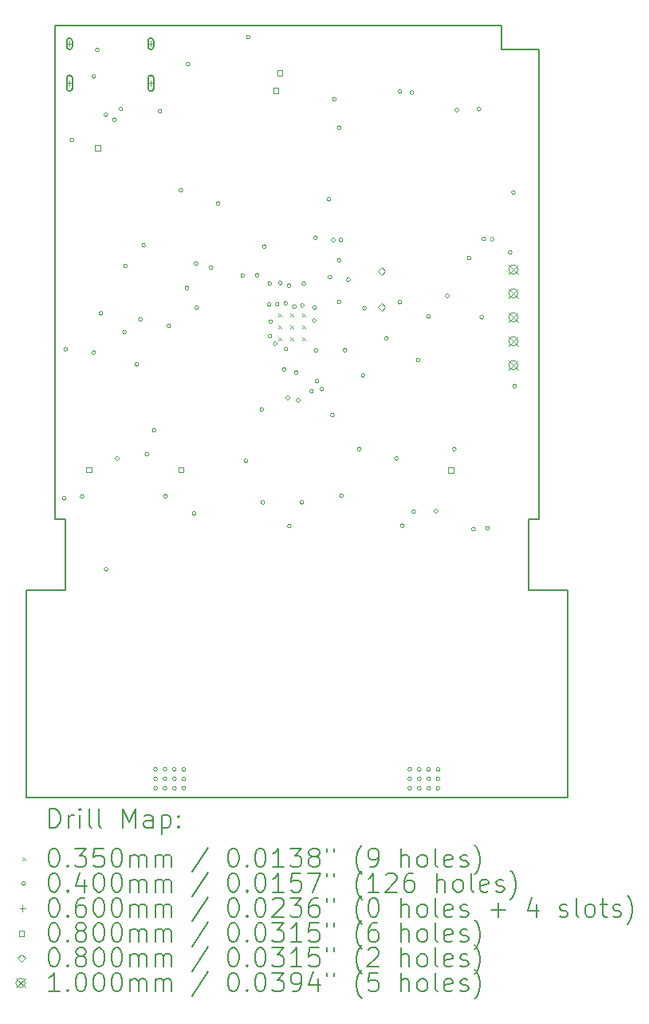
<source format=gbr>
%TF.GenerationSoftware,KiCad,Pcbnew,6.0.11+dfsg-1~bpo11+1*%
%TF.CreationDate,2023-04-01T22:39:16-07:00*%
%TF.ProjectId,gbpunk,67627075-6e6b-42e6-9b69-6361645f7063,v4.0*%
%TF.SameCoordinates,Original*%
%TF.FileFunction,Drillmap*%
%TF.FilePolarity,Positive*%
%FSLAX45Y45*%
G04 Gerber Fmt 4.5, Leading zero omitted, Abs format (unit mm)*
G04 Created by KiCad (PCBNEW 6.0.11+dfsg-1~bpo11+1) date 2023-04-01 22:39:16*
%MOMM*%
%LPD*%
G01*
G04 APERTURE LIST*
%ADD10C,0.150000*%
%ADD11C,0.200000*%
%ADD12C,0.035000*%
%ADD13C,0.040000*%
%ADD14C,0.060000*%
%ADD15C,0.080000*%
%ADD16C,0.100000*%
G04 APERTURE END LIST*
D10*
X12570000Y-4160000D02*
X12170000Y-4160000D01*
X12460000Y-9140000D02*
X12570000Y-9140000D01*
X12170000Y-3900000D02*
X12170000Y-4160000D01*
X12460000Y-9900000D02*
X12875000Y-9900000D01*
X12460000Y-9900000D02*
X12460000Y-9140000D01*
X12570000Y-9140000D02*
X12570000Y-4160000D01*
X12875000Y-12100000D02*
X7125000Y-12100000D01*
X7430000Y-3900000D02*
X12170000Y-3900000D01*
X7430000Y-9140000D02*
X7430000Y-3900000D01*
X7540000Y-9900000D02*
X7540000Y-9140000D01*
X12875000Y-9900000D02*
X12875000Y-12100000D01*
X7125000Y-12100000D02*
X7125000Y-9900000D01*
X7125000Y-9900000D02*
X7540000Y-9900000D01*
X7540000Y-9140000D02*
X7430000Y-9140000D01*
D11*
D12*
X9805000Y-6955000D02*
X9840000Y-6990000D01*
X9840000Y-6955000D02*
X9805000Y-6990000D01*
X9805000Y-7082500D02*
X9840000Y-7117500D01*
X9840000Y-7082500D02*
X9805000Y-7117500D01*
X9805000Y-7210000D02*
X9840000Y-7245000D01*
X9840000Y-7210000D02*
X9805000Y-7245000D01*
X9932500Y-6955000D02*
X9967500Y-6990000D01*
X9967500Y-6955000D02*
X9932500Y-6990000D01*
X9932500Y-7082500D02*
X9967500Y-7117500D01*
X9967500Y-7082500D02*
X9932500Y-7117500D01*
X9932500Y-7210000D02*
X9967500Y-7245000D01*
X9967500Y-7210000D02*
X9932500Y-7245000D01*
X10060000Y-6955000D02*
X10095000Y-6990000D01*
X10095000Y-6955000D02*
X10060000Y-6990000D01*
X10060000Y-7082500D02*
X10095000Y-7117500D01*
X10095000Y-7082500D02*
X10060000Y-7117500D01*
X10060000Y-7210000D02*
X10095000Y-7245000D01*
X10095000Y-7210000D02*
X10060000Y-7245000D01*
D13*
X7550000Y-8923000D02*
G75*
G03*
X7550000Y-8923000I-20000J0D01*
G01*
X7565000Y-7340000D02*
G75*
G03*
X7565000Y-7340000I-20000J0D01*
G01*
X7631000Y-5118000D02*
G75*
G03*
X7631000Y-5118000I-20000J0D01*
G01*
X7740000Y-8904000D02*
G75*
G03*
X7740000Y-8904000I-20000J0D01*
G01*
X7865000Y-4444000D02*
G75*
G03*
X7865000Y-4444000I-20000J0D01*
G01*
X7865000Y-7376000D02*
G75*
G03*
X7865000Y-7376000I-20000J0D01*
G01*
X7901000Y-4163000D02*
G75*
G03*
X7901000Y-4163000I-20000J0D01*
G01*
X7940000Y-6959000D02*
G75*
G03*
X7940000Y-6959000I-20000J0D01*
G01*
X7993000Y-4850000D02*
G75*
G03*
X7993000Y-4850000I-20000J0D01*
G01*
X7996000Y-9676000D02*
G75*
G03*
X7996000Y-9676000I-20000J0D01*
G01*
X8084000Y-4904000D02*
G75*
G03*
X8084000Y-4904000I-20000J0D01*
G01*
X8114000Y-8500000D02*
G75*
G03*
X8114000Y-8500000I-20000J0D01*
G01*
X8152000Y-4789000D02*
G75*
G03*
X8152000Y-4789000I-20000J0D01*
G01*
X8190000Y-7157000D02*
G75*
G03*
X8190000Y-7157000I-20000J0D01*
G01*
X8201000Y-6456000D02*
G75*
G03*
X8201000Y-6456000I-20000J0D01*
G01*
X8320000Y-7500000D02*
G75*
G03*
X8320000Y-7500000I-20000J0D01*
G01*
X8359894Y-7021718D02*
G75*
G03*
X8359894Y-7021718I-20000J0D01*
G01*
X8393000Y-6237000D02*
G75*
G03*
X8393000Y-6237000I-20000J0D01*
G01*
X8429000Y-8454000D02*
G75*
G03*
X8429000Y-8454000I-20000J0D01*
G01*
X8506000Y-8199000D02*
G75*
G03*
X8506000Y-8199000I-20000J0D01*
G01*
X8520000Y-11800000D02*
G75*
G03*
X8520000Y-11800000I-20000J0D01*
G01*
X8520000Y-11900000D02*
G75*
G03*
X8520000Y-11900000I-20000J0D01*
G01*
X8520000Y-12000000D02*
G75*
G03*
X8520000Y-12000000I-20000J0D01*
G01*
X8567000Y-4814000D02*
G75*
G03*
X8567000Y-4814000I-20000J0D01*
G01*
X8620000Y-11800000D02*
G75*
G03*
X8620000Y-11800000I-20000J0D01*
G01*
X8620000Y-11900000D02*
G75*
G03*
X8620000Y-11900000I-20000J0D01*
G01*
X8620000Y-12000000D02*
G75*
G03*
X8620000Y-12000000I-20000J0D01*
G01*
X8626000Y-8900000D02*
G75*
G03*
X8626000Y-8900000I-20000J0D01*
G01*
X8660000Y-7091000D02*
G75*
G03*
X8660000Y-7091000I-20000J0D01*
G01*
X8720000Y-11800000D02*
G75*
G03*
X8720000Y-11800000I-20000J0D01*
G01*
X8720000Y-11900000D02*
G75*
G03*
X8720000Y-11900000I-20000J0D01*
G01*
X8720000Y-12000000D02*
G75*
G03*
X8720000Y-12000000I-20000J0D01*
G01*
X8788000Y-5650000D02*
G75*
G03*
X8788000Y-5650000I-20000J0D01*
G01*
X8820000Y-11800000D02*
G75*
G03*
X8820000Y-11800000I-20000J0D01*
G01*
X8820000Y-11900000D02*
G75*
G03*
X8820000Y-11900000I-20000J0D01*
G01*
X8820000Y-12000000D02*
G75*
G03*
X8820000Y-12000000I-20000J0D01*
G01*
X8855000Y-6689000D02*
G75*
G03*
X8855000Y-6689000I-20000J0D01*
G01*
X8866000Y-4311000D02*
G75*
G03*
X8866000Y-4311000I-20000J0D01*
G01*
X8930000Y-9083000D02*
G75*
G03*
X8930000Y-9083000I-20000J0D01*
G01*
X8949791Y-6429791D02*
G75*
G03*
X8949791Y-6429791I-20000J0D01*
G01*
X8958000Y-6899000D02*
G75*
G03*
X8958000Y-6899000I-20000J0D01*
G01*
X9110000Y-6474000D02*
G75*
G03*
X9110000Y-6474000I-20000J0D01*
G01*
X9183000Y-5792000D02*
G75*
G03*
X9183000Y-5792000I-20000J0D01*
G01*
X9446000Y-6556000D02*
G75*
G03*
X9446000Y-6556000I-20000J0D01*
G01*
X9479000Y-8525000D02*
G75*
G03*
X9479000Y-8525000I-20000J0D01*
G01*
X9504000Y-4024000D02*
G75*
G03*
X9504000Y-4024000I-20000J0D01*
G01*
X9598000Y-6555000D02*
G75*
G03*
X9598000Y-6555000I-20000J0D01*
G01*
X9648000Y-7978000D02*
G75*
G03*
X9648000Y-7978000I-20000J0D01*
G01*
X9660000Y-8966000D02*
G75*
G03*
X9660000Y-8966000I-20000J0D01*
G01*
X9674500Y-6249500D02*
G75*
G03*
X9674500Y-6249500I-20000J0D01*
G01*
X9727000Y-6865000D02*
G75*
G03*
X9727000Y-6865000I-20000J0D01*
G01*
X9734000Y-6642000D02*
G75*
G03*
X9734000Y-6642000I-20000J0D01*
G01*
X9735000Y-7200000D02*
G75*
G03*
X9735000Y-7200000I-20000J0D01*
G01*
X9743000Y-7047000D02*
G75*
G03*
X9743000Y-7047000I-20000J0D01*
G01*
X9791000Y-7281000D02*
G75*
G03*
X9791000Y-7281000I-20000J0D01*
G01*
X9811000Y-6862000D02*
G75*
G03*
X9811000Y-6862000I-20000J0D01*
G01*
X9845133Y-6634729D02*
G75*
G03*
X9845133Y-6634729I-20000J0D01*
G01*
X9887000Y-7554000D02*
G75*
G03*
X9887000Y-7554000I-20000J0D01*
G01*
X9902000Y-6851000D02*
G75*
G03*
X9902000Y-6851000I-20000J0D01*
G01*
X9904000Y-7337000D02*
G75*
G03*
X9904000Y-7337000I-20000J0D01*
G01*
X9924000Y-7856000D02*
G75*
G03*
X9924000Y-7856000I-20000J0D01*
G01*
X9938934Y-6664440D02*
G75*
G03*
X9938934Y-6664440I-20000J0D01*
G01*
X9941000Y-9217000D02*
G75*
G03*
X9941000Y-9217000I-20000J0D01*
G01*
X9994044Y-6886956D02*
G75*
G03*
X9994044Y-6886956I-20000J0D01*
G01*
X10013000Y-7587000D02*
G75*
G03*
X10013000Y-7587000I-20000J0D01*
G01*
X10034000Y-7882000D02*
G75*
G03*
X10034000Y-7882000I-20000J0D01*
G01*
X10073000Y-8965000D02*
G75*
G03*
X10073000Y-8965000I-20000J0D01*
G01*
X10079000Y-6874000D02*
G75*
G03*
X10079000Y-6874000I-20000J0D01*
G01*
X10094000Y-6644000D02*
G75*
G03*
X10094000Y-6644000I-20000J0D01*
G01*
X10176000Y-7786000D02*
G75*
G03*
X10176000Y-7786000I-20000J0D01*
G01*
X10206000Y-7035000D02*
G75*
G03*
X10206000Y-7035000I-20000J0D01*
G01*
X10210000Y-6898000D02*
G75*
G03*
X10210000Y-6898000I-20000J0D01*
G01*
X10219000Y-6156000D02*
G75*
G03*
X10219000Y-6156000I-20000J0D01*
G01*
X10223000Y-7351000D02*
G75*
G03*
X10223000Y-7351000I-20000J0D01*
G01*
X10233841Y-7676573D02*
G75*
G03*
X10233841Y-7676573I-20000J0D01*
G01*
X10286909Y-7762264D02*
G75*
G03*
X10286909Y-7762264I-20000J0D01*
G01*
X10361000Y-5747000D02*
G75*
G03*
X10361000Y-5747000I-20000J0D01*
G01*
X10371000Y-6573000D02*
G75*
G03*
X10371000Y-6573000I-20000J0D01*
G01*
X10398000Y-8039000D02*
G75*
G03*
X10398000Y-8039000I-20000J0D01*
G01*
X10408000Y-6181000D02*
G75*
G03*
X10408000Y-6181000I-20000J0D01*
G01*
X10420000Y-4686000D02*
G75*
G03*
X10420000Y-4686000I-20000J0D01*
G01*
X10469000Y-6393000D02*
G75*
G03*
X10469000Y-6393000I-20000J0D01*
G01*
X10470000Y-6836000D02*
G75*
G03*
X10470000Y-6836000I-20000J0D01*
G01*
X10471000Y-4989000D02*
G75*
G03*
X10471000Y-4989000I-20000J0D01*
G01*
X10487000Y-6179000D02*
G75*
G03*
X10487000Y-6179000I-20000J0D01*
G01*
X10496000Y-8894000D02*
G75*
G03*
X10496000Y-8894000I-20000J0D01*
G01*
X10530352Y-7351442D02*
G75*
G03*
X10530352Y-7351442I-20000J0D01*
G01*
X10568000Y-6602000D02*
G75*
G03*
X10568000Y-6602000I-20000J0D01*
G01*
X10682000Y-8400000D02*
G75*
G03*
X10682000Y-8400000I-20000J0D01*
G01*
X10723000Y-7618000D02*
G75*
G03*
X10723000Y-7618000I-20000J0D01*
G01*
X10738000Y-6903000D02*
G75*
G03*
X10738000Y-6903000I-20000J0D01*
G01*
X10972000Y-7223000D02*
G75*
G03*
X10972000Y-7223000I-20000J0D01*
G01*
X11078000Y-8499000D02*
G75*
G03*
X11078000Y-8499000I-20000J0D01*
G01*
X11114000Y-6838000D02*
G75*
G03*
X11114000Y-6838000I-20000J0D01*
G01*
X11116000Y-4603000D02*
G75*
G03*
X11116000Y-4603000I-20000J0D01*
G01*
X11141000Y-9213000D02*
G75*
G03*
X11141000Y-9213000I-20000J0D01*
G01*
X11220000Y-11800000D02*
G75*
G03*
X11220000Y-11800000I-20000J0D01*
G01*
X11220000Y-11900000D02*
G75*
G03*
X11220000Y-11900000I-20000J0D01*
G01*
X11220000Y-12000000D02*
G75*
G03*
X11220000Y-12000000I-20000J0D01*
G01*
X11242000Y-4614000D02*
G75*
G03*
X11242000Y-4614000I-20000J0D01*
G01*
X11262000Y-9064000D02*
G75*
G03*
X11262000Y-9064000I-20000J0D01*
G01*
X11308000Y-7454000D02*
G75*
G03*
X11308000Y-7454000I-20000J0D01*
G01*
X11320000Y-11800000D02*
G75*
G03*
X11320000Y-11800000I-20000J0D01*
G01*
X11320000Y-11900000D02*
G75*
G03*
X11320000Y-11900000I-20000J0D01*
G01*
X11320000Y-12000000D02*
G75*
G03*
X11320000Y-12000000I-20000J0D01*
G01*
X11420000Y-6992000D02*
G75*
G03*
X11420000Y-6992000I-20000J0D01*
G01*
X11420000Y-11800000D02*
G75*
G03*
X11420000Y-11800000I-20000J0D01*
G01*
X11420000Y-11900000D02*
G75*
G03*
X11420000Y-11900000I-20000J0D01*
G01*
X11420000Y-12000000D02*
G75*
G03*
X11420000Y-12000000I-20000J0D01*
G01*
X11499000Y-9060000D02*
G75*
G03*
X11499000Y-9060000I-20000J0D01*
G01*
X11520000Y-11800000D02*
G75*
G03*
X11520000Y-11800000I-20000J0D01*
G01*
X11520000Y-11900000D02*
G75*
G03*
X11520000Y-11900000I-20000J0D01*
G01*
X11520000Y-12000000D02*
G75*
G03*
X11520000Y-12000000I-20000J0D01*
G01*
X11619000Y-6772000D02*
G75*
G03*
X11619000Y-6772000I-20000J0D01*
G01*
X11693000Y-8400000D02*
G75*
G03*
X11693000Y-8400000I-20000J0D01*
G01*
X11720000Y-4800000D02*
G75*
G03*
X11720000Y-4800000I-20000J0D01*
G01*
X11851000Y-6371000D02*
G75*
G03*
X11851000Y-6371000I-20000J0D01*
G01*
X11896000Y-9251000D02*
G75*
G03*
X11896000Y-9251000I-20000J0D01*
G01*
X11955000Y-4790000D02*
G75*
G03*
X11955000Y-4790000I-20000J0D01*
G01*
X11984000Y-7000000D02*
G75*
G03*
X11984000Y-7000000I-20000J0D01*
G01*
X12006408Y-6166435D02*
G75*
G03*
X12006408Y-6166435I-20000J0D01*
G01*
X12046000Y-9240000D02*
G75*
G03*
X12046000Y-9240000I-20000J0D01*
G01*
X12094000Y-6171000D02*
G75*
G03*
X12094000Y-6171000I-20000J0D01*
G01*
X12286000Y-6311000D02*
G75*
G03*
X12286000Y-6311000I-20000J0D01*
G01*
X12320000Y-5675000D02*
G75*
G03*
X12320000Y-5675000I-20000J0D01*
G01*
X12333000Y-7732000D02*
G75*
G03*
X12333000Y-7732000I-20000J0D01*
G01*
D14*
X7586000Y-4067000D02*
X7586000Y-4127000D01*
X7556000Y-4097000D02*
X7616000Y-4097000D01*
D11*
X7616000Y-4127000D02*
X7616000Y-4067000D01*
X7556000Y-4127000D02*
X7556000Y-4067000D01*
X7616000Y-4067000D02*
G75*
G03*
X7556000Y-4067000I-30000J0D01*
G01*
X7556000Y-4127000D02*
G75*
G03*
X7616000Y-4127000I30000J0D01*
G01*
D14*
X7586000Y-4485000D02*
X7586000Y-4545000D01*
X7556000Y-4515000D02*
X7616000Y-4515000D01*
D11*
X7616000Y-4570000D02*
X7616000Y-4460000D01*
X7556000Y-4570000D02*
X7556000Y-4460000D01*
X7616000Y-4460000D02*
G75*
G03*
X7556000Y-4460000I-30000J0D01*
G01*
X7556000Y-4570000D02*
G75*
G03*
X7616000Y-4570000I30000J0D01*
G01*
D14*
X8450000Y-4067000D02*
X8450000Y-4127000D01*
X8420000Y-4097000D02*
X8480000Y-4097000D01*
D11*
X8480000Y-4127000D02*
X8480000Y-4067000D01*
X8420000Y-4127000D02*
X8420000Y-4067000D01*
X8480000Y-4067000D02*
G75*
G03*
X8420000Y-4067000I-30000J0D01*
G01*
X8420000Y-4127000D02*
G75*
G03*
X8480000Y-4127000I30000J0D01*
G01*
D14*
X8450000Y-4485000D02*
X8450000Y-4545000D01*
X8420000Y-4515000D02*
X8480000Y-4515000D01*
D11*
X8480000Y-4570000D02*
X8480000Y-4460000D01*
X8420000Y-4570000D02*
X8420000Y-4460000D01*
X8480000Y-4460000D02*
G75*
G03*
X8420000Y-4460000I-30000J0D01*
G01*
X8420000Y-4570000D02*
G75*
G03*
X8480000Y-4570000I30000J0D01*
G01*
D15*
X7823284Y-8647285D02*
X7823284Y-8590716D01*
X7766715Y-8590716D01*
X7766715Y-8647285D01*
X7823284Y-8647285D01*
X7916284Y-5228285D02*
X7916284Y-5171716D01*
X7859715Y-5171716D01*
X7859715Y-5228285D01*
X7916284Y-5228285D01*
X8799285Y-8647285D02*
X8799285Y-8590716D01*
X8742716Y-8590716D01*
X8742716Y-8647285D01*
X8799285Y-8647285D01*
X9806285Y-4620285D02*
X9806285Y-4563716D01*
X9749716Y-4563716D01*
X9749716Y-4620285D01*
X9806285Y-4620285D01*
X9848285Y-4435285D02*
X9848285Y-4378716D01*
X9791716Y-4378716D01*
X9791716Y-4435285D01*
X9848285Y-4435285D01*
X11663284Y-8649285D02*
X11663284Y-8592716D01*
X11606715Y-8592716D01*
X11606715Y-8649285D01*
X11663284Y-8649285D01*
X10900000Y-6550000D02*
X10940000Y-6510000D01*
X10900000Y-6470000D01*
X10860000Y-6510000D01*
X10900000Y-6550000D01*
X10900000Y-6930000D02*
X10940000Y-6890000D01*
X10900000Y-6850000D01*
X10860000Y-6890000D01*
X10900000Y-6930000D01*
D16*
X12250000Y-6442500D02*
X12350000Y-6542500D01*
X12350000Y-6442500D02*
X12250000Y-6542500D01*
X12350000Y-6492500D02*
G75*
G03*
X12350000Y-6492500I-50000J0D01*
G01*
X12250000Y-6696500D02*
X12350000Y-6796500D01*
X12350000Y-6696500D02*
X12250000Y-6796500D01*
X12350000Y-6746500D02*
G75*
G03*
X12350000Y-6746500I-50000J0D01*
G01*
X12250000Y-6950500D02*
X12350000Y-7050500D01*
X12350000Y-6950500D02*
X12250000Y-7050500D01*
X12350000Y-7000500D02*
G75*
G03*
X12350000Y-7000500I-50000J0D01*
G01*
X12250000Y-7204500D02*
X12350000Y-7304500D01*
X12350000Y-7204500D02*
X12250000Y-7304500D01*
X12350000Y-7254500D02*
G75*
G03*
X12350000Y-7254500I-50000J0D01*
G01*
X12250000Y-7458500D02*
X12350000Y-7558500D01*
X12350000Y-7458500D02*
X12250000Y-7558500D01*
X12350000Y-7508500D02*
G75*
G03*
X12350000Y-7508500I-50000J0D01*
G01*
D11*
X7375119Y-12417976D02*
X7375119Y-12217976D01*
X7422738Y-12217976D01*
X7451309Y-12227500D01*
X7470357Y-12246548D01*
X7479881Y-12265595D01*
X7489405Y-12303690D01*
X7489405Y-12332262D01*
X7479881Y-12370357D01*
X7470357Y-12389405D01*
X7451309Y-12408452D01*
X7422738Y-12417976D01*
X7375119Y-12417976D01*
X7575119Y-12417976D02*
X7575119Y-12284643D01*
X7575119Y-12322738D02*
X7584643Y-12303690D01*
X7594167Y-12294167D01*
X7613214Y-12284643D01*
X7632262Y-12284643D01*
X7698928Y-12417976D02*
X7698928Y-12284643D01*
X7698928Y-12217976D02*
X7689405Y-12227500D01*
X7698928Y-12237024D01*
X7708452Y-12227500D01*
X7698928Y-12217976D01*
X7698928Y-12237024D01*
X7822738Y-12417976D02*
X7803690Y-12408452D01*
X7794167Y-12389405D01*
X7794167Y-12217976D01*
X7927500Y-12417976D02*
X7908452Y-12408452D01*
X7898928Y-12389405D01*
X7898928Y-12217976D01*
X8156071Y-12417976D02*
X8156071Y-12217976D01*
X8222738Y-12360833D01*
X8289405Y-12217976D01*
X8289405Y-12417976D01*
X8470357Y-12417976D02*
X8470357Y-12313214D01*
X8460833Y-12294167D01*
X8441786Y-12284643D01*
X8403690Y-12284643D01*
X8384643Y-12294167D01*
X8470357Y-12408452D02*
X8451310Y-12417976D01*
X8403690Y-12417976D01*
X8384643Y-12408452D01*
X8375119Y-12389405D01*
X8375119Y-12370357D01*
X8384643Y-12351309D01*
X8403690Y-12341786D01*
X8451310Y-12341786D01*
X8470357Y-12332262D01*
X8565595Y-12284643D02*
X8565595Y-12484643D01*
X8565595Y-12294167D02*
X8584643Y-12284643D01*
X8622738Y-12284643D01*
X8641786Y-12294167D01*
X8651310Y-12303690D01*
X8660833Y-12322738D01*
X8660833Y-12379881D01*
X8651310Y-12398928D01*
X8641786Y-12408452D01*
X8622738Y-12417976D01*
X8584643Y-12417976D01*
X8565595Y-12408452D01*
X8746548Y-12398928D02*
X8756071Y-12408452D01*
X8746548Y-12417976D01*
X8737024Y-12408452D01*
X8746548Y-12398928D01*
X8746548Y-12417976D01*
X8746548Y-12294167D02*
X8756071Y-12303690D01*
X8746548Y-12313214D01*
X8737024Y-12303690D01*
X8746548Y-12294167D01*
X8746548Y-12313214D01*
D12*
X7082500Y-12730000D02*
X7117500Y-12765000D01*
X7117500Y-12730000D02*
X7082500Y-12765000D01*
D11*
X7413214Y-12637976D02*
X7432262Y-12637976D01*
X7451309Y-12647500D01*
X7460833Y-12657024D01*
X7470357Y-12676071D01*
X7479881Y-12714167D01*
X7479881Y-12761786D01*
X7470357Y-12799881D01*
X7460833Y-12818928D01*
X7451309Y-12828452D01*
X7432262Y-12837976D01*
X7413214Y-12837976D01*
X7394167Y-12828452D01*
X7384643Y-12818928D01*
X7375119Y-12799881D01*
X7365595Y-12761786D01*
X7365595Y-12714167D01*
X7375119Y-12676071D01*
X7384643Y-12657024D01*
X7394167Y-12647500D01*
X7413214Y-12637976D01*
X7565595Y-12818928D02*
X7575119Y-12828452D01*
X7565595Y-12837976D01*
X7556071Y-12828452D01*
X7565595Y-12818928D01*
X7565595Y-12837976D01*
X7641786Y-12637976D02*
X7765595Y-12637976D01*
X7698928Y-12714167D01*
X7727500Y-12714167D01*
X7746548Y-12723690D01*
X7756071Y-12733214D01*
X7765595Y-12752262D01*
X7765595Y-12799881D01*
X7756071Y-12818928D01*
X7746548Y-12828452D01*
X7727500Y-12837976D01*
X7670357Y-12837976D01*
X7651309Y-12828452D01*
X7641786Y-12818928D01*
X7946548Y-12637976D02*
X7851309Y-12637976D01*
X7841786Y-12733214D01*
X7851309Y-12723690D01*
X7870357Y-12714167D01*
X7917976Y-12714167D01*
X7937024Y-12723690D01*
X7946548Y-12733214D01*
X7956071Y-12752262D01*
X7956071Y-12799881D01*
X7946548Y-12818928D01*
X7937024Y-12828452D01*
X7917976Y-12837976D01*
X7870357Y-12837976D01*
X7851309Y-12828452D01*
X7841786Y-12818928D01*
X8079881Y-12637976D02*
X8098928Y-12637976D01*
X8117976Y-12647500D01*
X8127500Y-12657024D01*
X8137024Y-12676071D01*
X8146548Y-12714167D01*
X8146548Y-12761786D01*
X8137024Y-12799881D01*
X8127500Y-12818928D01*
X8117976Y-12828452D01*
X8098928Y-12837976D01*
X8079881Y-12837976D01*
X8060833Y-12828452D01*
X8051309Y-12818928D01*
X8041786Y-12799881D01*
X8032262Y-12761786D01*
X8032262Y-12714167D01*
X8041786Y-12676071D01*
X8051309Y-12657024D01*
X8060833Y-12647500D01*
X8079881Y-12637976D01*
X8232262Y-12837976D02*
X8232262Y-12704643D01*
X8232262Y-12723690D02*
X8241786Y-12714167D01*
X8260833Y-12704643D01*
X8289405Y-12704643D01*
X8308452Y-12714167D01*
X8317976Y-12733214D01*
X8317976Y-12837976D01*
X8317976Y-12733214D02*
X8327500Y-12714167D01*
X8346548Y-12704643D01*
X8375119Y-12704643D01*
X8394167Y-12714167D01*
X8403690Y-12733214D01*
X8403690Y-12837976D01*
X8498929Y-12837976D02*
X8498929Y-12704643D01*
X8498929Y-12723690D02*
X8508452Y-12714167D01*
X8527500Y-12704643D01*
X8556071Y-12704643D01*
X8575119Y-12714167D01*
X8584643Y-12733214D01*
X8584643Y-12837976D01*
X8584643Y-12733214D02*
X8594167Y-12714167D01*
X8613214Y-12704643D01*
X8641786Y-12704643D01*
X8660833Y-12714167D01*
X8670357Y-12733214D01*
X8670357Y-12837976D01*
X9060833Y-12628452D02*
X8889405Y-12885595D01*
X9317976Y-12637976D02*
X9337024Y-12637976D01*
X9356071Y-12647500D01*
X9365595Y-12657024D01*
X9375119Y-12676071D01*
X9384643Y-12714167D01*
X9384643Y-12761786D01*
X9375119Y-12799881D01*
X9365595Y-12818928D01*
X9356071Y-12828452D01*
X9337024Y-12837976D01*
X9317976Y-12837976D01*
X9298929Y-12828452D01*
X9289405Y-12818928D01*
X9279881Y-12799881D01*
X9270357Y-12761786D01*
X9270357Y-12714167D01*
X9279881Y-12676071D01*
X9289405Y-12657024D01*
X9298929Y-12647500D01*
X9317976Y-12637976D01*
X9470357Y-12818928D02*
X9479881Y-12828452D01*
X9470357Y-12837976D01*
X9460833Y-12828452D01*
X9470357Y-12818928D01*
X9470357Y-12837976D01*
X9603690Y-12637976D02*
X9622738Y-12637976D01*
X9641786Y-12647500D01*
X9651310Y-12657024D01*
X9660833Y-12676071D01*
X9670357Y-12714167D01*
X9670357Y-12761786D01*
X9660833Y-12799881D01*
X9651310Y-12818928D01*
X9641786Y-12828452D01*
X9622738Y-12837976D01*
X9603690Y-12837976D01*
X9584643Y-12828452D01*
X9575119Y-12818928D01*
X9565595Y-12799881D01*
X9556071Y-12761786D01*
X9556071Y-12714167D01*
X9565595Y-12676071D01*
X9575119Y-12657024D01*
X9584643Y-12647500D01*
X9603690Y-12637976D01*
X9860833Y-12837976D02*
X9746548Y-12837976D01*
X9803690Y-12837976D02*
X9803690Y-12637976D01*
X9784643Y-12666548D01*
X9765595Y-12685595D01*
X9746548Y-12695119D01*
X9927500Y-12637976D02*
X10051310Y-12637976D01*
X9984643Y-12714167D01*
X10013214Y-12714167D01*
X10032262Y-12723690D01*
X10041786Y-12733214D01*
X10051310Y-12752262D01*
X10051310Y-12799881D01*
X10041786Y-12818928D01*
X10032262Y-12828452D01*
X10013214Y-12837976D01*
X9956071Y-12837976D01*
X9937024Y-12828452D01*
X9927500Y-12818928D01*
X10165595Y-12723690D02*
X10146548Y-12714167D01*
X10137024Y-12704643D01*
X10127500Y-12685595D01*
X10127500Y-12676071D01*
X10137024Y-12657024D01*
X10146548Y-12647500D01*
X10165595Y-12637976D01*
X10203690Y-12637976D01*
X10222738Y-12647500D01*
X10232262Y-12657024D01*
X10241786Y-12676071D01*
X10241786Y-12685595D01*
X10232262Y-12704643D01*
X10222738Y-12714167D01*
X10203690Y-12723690D01*
X10165595Y-12723690D01*
X10146548Y-12733214D01*
X10137024Y-12742738D01*
X10127500Y-12761786D01*
X10127500Y-12799881D01*
X10137024Y-12818928D01*
X10146548Y-12828452D01*
X10165595Y-12837976D01*
X10203690Y-12837976D01*
X10222738Y-12828452D01*
X10232262Y-12818928D01*
X10241786Y-12799881D01*
X10241786Y-12761786D01*
X10232262Y-12742738D01*
X10222738Y-12733214D01*
X10203690Y-12723690D01*
X10317976Y-12637976D02*
X10317976Y-12676071D01*
X10394167Y-12637976D02*
X10394167Y-12676071D01*
X10689405Y-12914167D02*
X10679881Y-12904643D01*
X10660833Y-12876071D01*
X10651310Y-12857024D01*
X10641786Y-12828452D01*
X10632262Y-12780833D01*
X10632262Y-12742738D01*
X10641786Y-12695119D01*
X10651310Y-12666548D01*
X10660833Y-12647500D01*
X10679881Y-12618928D01*
X10689405Y-12609405D01*
X10775119Y-12837976D02*
X10813214Y-12837976D01*
X10832262Y-12828452D01*
X10841786Y-12818928D01*
X10860833Y-12790357D01*
X10870357Y-12752262D01*
X10870357Y-12676071D01*
X10860833Y-12657024D01*
X10851310Y-12647500D01*
X10832262Y-12637976D01*
X10794167Y-12637976D01*
X10775119Y-12647500D01*
X10765595Y-12657024D01*
X10756071Y-12676071D01*
X10756071Y-12723690D01*
X10765595Y-12742738D01*
X10775119Y-12752262D01*
X10794167Y-12761786D01*
X10832262Y-12761786D01*
X10851310Y-12752262D01*
X10860833Y-12742738D01*
X10870357Y-12723690D01*
X11108452Y-12837976D02*
X11108452Y-12637976D01*
X11194167Y-12837976D02*
X11194167Y-12733214D01*
X11184643Y-12714167D01*
X11165595Y-12704643D01*
X11137024Y-12704643D01*
X11117976Y-12714167D01*
X11108452Y-12723690D01*
X11317976Y-12837976D02*
X11298928Y-12828452D01*
X11289405Y-12818928D01*
X11279881Y-12799881D01*
X11279881Y-12742738D01*
X11289405Y-12723690D01*
X11298928Y-12714167D01*
X11317976Y-12704643D01*
X11346548Y-12704643D01*
X11365595Y-12714167D01*
X11375119Y-12723690D01*
X11384643Y-12742738D01*
X11384643Y-12799881D01*
X11375119Y-12818928D01*
X11365595Y-12828452D01*
X11346548Y-12837976D01*
X11317976Y-12837976D01*
X11498928Y-12837976D02*
X11479881Y-12828452D01*
X11470357Y-12809405D01*
X11470357Y-12637976D01*
X11651309Y-12828452D02*
X11632262Y-12837976D01*
X11594167Y-12837976D01*
X11575119Y-12828452D01*
X11565595Y-12809405D01*
X11565595Y-12733214D01*
X11575119Y-12714167D01*
X11594167Y-12704643D01*
X11632262Y-12704643D01*
X11651309Y-12714167D01*
X11660833Y-12733214D01*
X11660833Y-12752262D01*
X11565595Y-12771309D01*
X11737024Y-12828452D02*
X11756071Y-12837976D01*
X11794167Y-12837976D01*
X11813214Y-12828452D01*
X11822738Y-12809405D01*
X11822738Y-12799881D01*
X11813214Y-12780833D01*
X11794167Y-12771309D01*
X11765595Y-12771309D01*
X11746548Y-12761786D01*
X11737024Y-12742738D01*
X11737024Y-12733214D01*
X11746548Y-12714167D01*
X11765595Y-12704643D01*
X11794167Y-12704643D01*
X11813214Y-12714167D01*
X11889405Y-12914167D02*
X11898928Y-12904643D01*
X11917976Y-12876071D01*
X11927500Y-12857024D01*
X11937024Y-12828452D01*
X11946548Y-12780833D01*
X11946548Y-12742738D01*
X11937024Y-12695119D01*
X11927500Y-12666548D01*
X11917976Y-12647500D01*
X11898928Y-12618928D01*
X11889405Y-12609405D01*
D13*
X7117500Y-13011500D02*
G75*
G03*
X7117500Y-13011500I-20000J0D01*
G01*
D11*
X7413214Y-12901976D02*
X7432262Y-12901976D01*
X7451309Y-12911500D01*
X7460833Y-12921024D01*
X7470357Y-12940071D01*
X7479881Y-12978167D01*
X7479881Y-13025786D01*
X7470357Y-13063881D01*
X7460833Y-13082928D01*
X7451309Y-13092452D01*
X7432262Y-13101976D01*
X7413214Y-13101976D01*
X7394167Y-13092452D01*
X7384643Y-13082928D01*
X7375119Y-13063881D01*
X7365595Y-13025786D01*
X7365595Y-12978167D01*
X7375119Y-12940071D01*
X7384643Y-12921024D01*
X7394167Y-12911500D01*
X7413214Y-12901976D01*
X7565595Y-13082928D02*
X7575119Y-13092452D01*
X7565595Y-13101976D01*
X7556071Y-13092452D01*
X7565595Y-13082928D01*
X7565595Y-13101976D01*
X7746548Y-12968643D02*
X7746548Y-13101976D01*
X7698928Y-12892452D02*
X7651309Y-13035309D01*
X7775119Y-13035309D01*
X7889405Y-12901976D02*
X7908452Y-12901976D01*
X7927500Y-12911500D01*
X7937024Y-12921024D01*
X7946548Y-12940071D01*
X7956071Y-12978167D01*
X7956071Y-13025786D01*
X7946548Y-13063881D01*
X7937024Y-13082928D01*
X7927500Y-13092452D01*
X7908452Y-13101976D01*
X7889405Y-13101976D01*
X7870357Y-13092452D01*
X7860833Y-13082928D01*
X7851309Y-13063881D01*
X7841786Y-13025786D01*
X7841786Y-12978167D01*
X7851309Y-12940071D01*
X7860833Y-12921024D01*
X7870357Y-12911500D01*
X7889405Y-12901976D01*
X8079881Y-12901976D02*
X8098928Y-12901976D01*
X8117976Y-12911500D01*
X8127500Y-12921024D01*
X8137024Y-12940071D01*
X8146548Y-12978167D01*
X8146548Y-13025786D01*
X8137024Y-13063881D01*
X8127500Y-13082928D01*
X8117976Y-13092452D01*
X8098928Y-13101976D01*
X8079881Y-13101976D01*
X8060833Y-13092452D01*
X8051309Y-13082928D01*
X8041786Y-13063881D01*
X8032262Y-13025786D01*
X8032262Y-12978167D01*
X8041786Y-12940071D01*
X8051309Y-12921024D01*
X8060833Y-12911500D01*
X8079881Y-12901976D01*
X8232262Y-13101976D02*
X8232262Y-12968643D01*
X8232262Y-12987690D02*
X8241786Y-12978167D01*
X8260833Y-12968643D01*
X8289405Y-12968643D01*
X8308452Y-12978167D01*
X8317976Y-12997214D01*
X8317976Y-13101976D01*
X8317976Y-12997214D02*
X8327500Y-12978167D01*
X8346548Y-12968643D01*
X8375119Y-12968643D01*
X8394167Y-12978167D01*
X8403690Y-12997214D01*
X8403690Y-13101976D01*
X8498929Y-13101976D02*
X8498929Y-12968643D01*
X8498929Y-12987690D02*
X8508452Y-12978167D01*
X8527500Y-12968643D01*
X8556071Y-12968643D01*
X8575119Y-12978167D01*
X8584643Y-12997214D01*
X8584643Y-13101976D01*
X8584643Y-12997214D02*
X8594167Y-12978167D01*
X8613214Y-12968643D01*
X8641786Y-12968643D01*
X8660833Y-12978167D01*
X8670357Y-12997214D01*
X8670357Y-13101976D01*
X9060833Y-12892452D02*
X8889405Y-13149595D01*
X9317976Y-12901976D02*
X9337024Y-12901976D01*
X9356071Y-12911500D01*
X9365595Y-12921024D01*
X9375119Y-12940071D01*
X9384643Y-12978167D01*
X9384643Y-13025786D01*
X9375119Y-13063881D01*
X9365595Y-13082928D01*
X9356071Y-13092452D01*
X9337024Y-13101976D01*
X9317976Y-13101976D01*
X9298929Y-13092452D01*
X9289405Y-13082928D01*
X9279881Y-13063881D01*
X9270357Y-13025786D01*
X9270357Y-12978167D01*
X9279881Y-12940071D01*
X9289405Y-12921024D01*
X9298929Y-12911500D01*
X9317976Y-12901976D01*
X9470357Y-13082928D02*
X9479881Y-13092452D01*
X9470357Y-13101976D01*
X9460833Y-13092452D01*
X9470357Y-13082928D01*
X9470357Y-13101976D01*
X9603690Y-12901976D02*
X9622738Y-12901976D01*
X9641786Y-12911500D01*
X9651310Y-12921024D01*
X9660833Y-12940071D01*
X9670357Y-12978167D01*
X9670357Y-13025786D01*
X9660833Y-13063881D01*
X9651310Y-13082928D01*
X9641786Y-13092452D01*
X9622738Y-13101976D01*
X9603690Y-13101976D01*
X9584643Y-13092452D01*
X9575119Y-13082928D01*
X9565595Y-13063881D01*
X9556071Y-13025786D01*
X9556071Y-12978167D01*
X9565595Y-12940071D01*
X9575119Y-12921024D01*
X9584643Y-12911500D01*
X9603690Y-12901976D01*
X9860833Y-13101976D02*
X9746548Y-13101976D01*
X9803690Y-13101976D02*
X9803690Y-12901976D01*
X9784643Y-12930548D01*
X9765595Y-12949595D01*
X9746548Y-12959119D01*
X10041786Y-12901976D02*
X9946548Y-12901976D01*
X9937024Y-12997214D01*
X9946548Y-12987690D01*
X9965595Y-12978167D01*
X10013214Y-12978167D01*
X10032262Y-12987690D01*
X10041786Y-12997214D01*
X10051310Y-13016262D01*
X10051310Y-13063881D01*
X10041786Y-13082928D01*
X10032262Y-13092452D01*
X10013214Y-13101976D01*
X9965595Y-13101976D01*
X9946548Y-13092452D01*
X9937024Y-13082928D01*
X10117976Y-12901976D02*
X10251310Y-12901976D01*
X10165595Y-13101976D01*
X10317976Y-12901976D02*
X10317976Y-12940071D01*
X10394167Y-12901976D02*
X10394167Y-12940071D01*
X10689405Y-13178167D02*
X10679881Y-13168643D01*
X10660833Y-13140071D01*
X10651310Y-13121024D01*
X10641786Y-13092452D01*
X10632262Y-13044833D01*
X10632262Y-13006738D01*
X10641786Y-12959119D01*
X10651310Y-12930548D01*
X10660833Y-12911500D01*
X10679881Y-12882928D01*
X10689405Y-12873405D01*
X10870357Y-13101976D02*
X10756071Y-13101976D01*
X10813214Y-13101976D02*
X10813214Y-12901976D01*
X10794167Y-12930548D01*
X10775119Y-12949595D01*
X10756071Y-12959119D01*
X10946548Y-12921024D02*
X10956071Y-12911500D01*
X10975119Y-12901976D01*
X11022738Y-12901976D01*
X11041786Y-12911500D01*
X11051310Y-12921024D01*
X11060833Y-12940071D01*
X11060833Y-12959119D01*
X11051310Y-12987690D01*
X10937024Y-13101976D01*
X11060833Y-13101976D01*
X11232262Y-12901976D02*
X11194167Y-12901976D01*
X11175119Y-12911500D01*
X11165595Y-12921024D01*
X11146548Y-12949595D01*
X11137024Y-12987690D01*
X11137024Y-13063881D01*
X11146548Y-13082928D01*
X11156071Y-13092452D01*
X11175119Y-13101976D01*
X11213214Y-13101976D01*
X11232262Y-13092452D01*
X11241786Y-13082928D01*
X11251309Y-13063881D01*
X11251309Y-13016262D01*
X11241786Y-12997214D01*
X11232262Y-12987690D01*
X11213214Y-12978167D01*
X11175119Y-12978167D01*
X11156071Y-12987690D01*
X11146548Y-12997214D01*
X11137024Y-13016262D01*
X11489405Y-13101976D02*
X11489405Y-12901976D01*
X11575119Y-13101976D02*
X11575119Y-12997214D01*
X11565595Y-12978167D01*
X11546548Y-12968643D01*
X11517976Y-12968643D01*
X11498928Y-12978167D01*
X11489405Y-12987690D01*
X11698928Y-13101976D02*
X11679881Y-13092452D01*
X11670357Y-13082928D01*
X11660833Y-13063881D01*
X11660833Y-13006738D01*
X11670357Y-12987690D01*
X11679881Y-12978167D01*
X11698928Y-12968643D01*
X11727500Y-12968643D01*
X11746548Y-12978167D01*
X11756071Y-12987690D01*
X11765595Y-13006738D01*
X11765595Y-13063881D01*
X11756071Y-13082928D01*
X11746548Y-13092452D01*
X11727500Y-13101976D01*
X11698928Y-13101976D01*
X11879881Y-13101976D02*
X11860833Y-13092452D01*
X11851309Y-13073405D01*
X11851309Y-12901976D01*
X12032262Y-13092452D02*
X12013214Y-13101976D01*
X11975119Y-13101976D01*
X11956071Y-13092452D01*
X11946548Y-13073405D01*
X11946548Y-12997214D01*
X11956071Y-12978167D01*
X11975119Y-12968643D01*
X12013214Y-12968643D01*
X12032262Y-12978167D01*
X12041786Y-12997214D01*
X12041786Y-13016262D01*
X11946548Y-13035309D01*
X12117976Y-13092452D02*
X12137024Y-13101976D01*
X12175119Y-13101976D01*
X12194167Y-13092452D01*
X12203690Y-13073405D01*
X12203690Y-13063881D01*
X12194167Y-13044833D01*
X12175119Y-13035309D01*
X12146548Y-13035309D01*
X12127500Y-13025786D01*
X12117976Y-13006738D01*
X12117976Y-12997214D01*
X12127500Y-12978167D01*
X12146548Y-12968643D01*
X12175119Y-12968643D01*
X12194167Y-12978167D01*
X12270357Y-13178167D02*
X12279881Y-13168643D01*
X12298928Y-13140071D01*
X12308452Y-13121024D01*
X12317976Y-13092452D01*
X12327500Y-13044833D01*
X12327500Y-13006738D01*
X12317976Y-12959119D01*
X12308452Y-12930548D01*
X12298928Y-12911500D01*
X12279881Y-12882928D01*
X12270357Y-12873405D01*
D14*
X7087500Y-13245500D02*
X7087500Y-13305500D01*
X7057500Y-13275500D02*
X7117500Y-13275500D01*
D11*
X7413214Y-13165976D02*
X7432262Y-13165976D01*
X7451309Y-13175500D01*
X7460833Y-13185024D01*
X7470357Y-13204071D01*
X7479881Y-13242167D01*
X7479881Y-13289786D01*
X7470357Y-13327881D01*
X7460833Y-13346928D01*
X7451309Y-13356452D01*
X7432262Y-13365976D01*
X7413214Y-13365976D01*
X7394167Y-13356452D01*
X7384643Y-13346928D01*
X7375119Y-13327881D01*
X7365595Y-13289786D01*
X7365595Y-13242167D01*
X7375119Y-13204071D01*
X7384643Y-13185024D01*
X7394167Y-13175500D01*
X7413214Y-13165976D01*
X7565595Y-13346928D02*
X7575119Y-13356452D01*
X7565595Y-13365976D01*
X7556071Y-13356452D01*
X7565595Y-13346928D01*
X7565595Y-13365976D01*
X7746548Y-13165976D02*
X7708452Y-13165976D01*
X7689405Y-13175500D01*
X7679881Y-13185024D01*
X7660833Y-13213595D01*
X7651309Y-13251690D01*
X7651309Y-13327881D01*
X7660833Y-13346928D01*
X7670357Y-13356452D01*
X7689405Y-13365976D01*
X7727500Y-13365976D01*
X7746548Y-13356452D01*
X7756071Y-13346928D01*
X7765595Y-13327881D01*
X7765595Y-13280262D01*
X7756071Y-13261214D01*
X7746548Y-13251690D01*
X7727500Y-13242167D01*
X7689405Y-13242167D01*
X7670357Y-13251690D01*
X7660833Y-13261214D01*
X7651309Y-13280262D01*
X7889405Y-13165976D02*
X7908452Y-13165976D01*
X7927500Y-13175500D01*
X7937024Y-13185024D01*
X7946548Y-13204071D01*
X7956071Y-13242167D01*
X7956071Y-13289786D01*
X7946548Y-13327881D01*
X7937024Y-13346928D01*
X7927500Y-13356452D01*
X7908452Y-13365976D01*
X7889405Y-13365976D01*
X7870357Y-13356452D01*
X7860833Y-13346928D01*
X7851309Y-13327881D01*
X7841786Y-13289786D01*
X7841786Y-13242167D01*
X7851309Y-13204071D01*
X7860833Y-13185024D01*
X7870357Y-13175500D01*
X7889405Y-13165976D01*
X8079881Y-13165976D02*
X8098928Y-13165976D01*
X8117976Y-13175500D01*
X8127500Y-13185024D01*
X8137024Y-13204071D01*
X8146548Y-13242167D01*
X8146548Y-13289786D01*
X8137024Y-13327881D01*
X8127500Y-13346928D01*
X8117976Y-13356452D01*
X8098928Y-13365976D01*
X8079881Y-13365976D01*
X8060833Y-13356452D01*
X8051309Y-13346928D01*
X8041786Y-13327881D01*
X8032262Y-13289786D01*
X8032262Y-13242167D01*
X8041786Y-13204071D01*
X8051309Y-13185024D01*
X8060833Y-13175500D01*
X8079881Y-13165976D01*
X8232262Y-13365976D02*
X8232262Y-13232643D01*
X8232262Y-13251690D02*
X8241786Y-13242167D01*
X8260833Y-13232643D01*
X8289405Y-13232643D01*
X8308452Y-13242167D01*
X8317976Y-13261214D01*
X8317976Y-13365976D01*
X8317976Y-13261214D02*
X8327500Y-13242167D01*
X8346548Y-13232643D01*
X8375119Y-13232643D01*
X8394167Y-13242167D01*
X8403690Y-13261214D01*
X8403690Y-13365976D01*
X8498929Y-13365976D02*
X8498929Y-13232643D01*
X8498929Y-13251690D02*
X8508452Y-13242167D01*
X8527500Y-13232643D01*
X8556071Y-13232643D01*
X8575119Y-13242167D01*
X8584643Y-13261214D01*
X8584643Y-13365976D01*
X8584643Y-13261214D02*
X8594167Y-13242167D01*
X8613214Y-13232643D01*
X8641786Y-13232643D01*
X8660833Y-13242167D01*
X8670357Y-13261214D01*
X8670357Y-13365976D01*
X9060833Y-13156452D02*
X8889405Y-13413595D01*
X9317976Y-13165976D02*
X9337024Y-13165976D01*
X9356071Y-13175500D01*
X9365595Y-13185024D01*
X9375119Y-13204071D01*
X9384643Y-13242167D01*
X9384643Y-13289786D01*
X9375119Y-13327881D01*
X9365595Y-13346928D01*
X9356071Y-13356452D01*
X9337024Y-13365976D01*
X9317976Y-13365976D01*
X9298929Y-13356452D01*
X9289405Y-13346928D01*
X9279881Y-13327881D01*
X9270357Y-13289786D01*
X9270357Y-13242167D01*
X9279881Y-13204071D01*
X9289405Y-13185024D01*
X9298929Y-13175500D01*
X9317976Y-13165976D01*
X9470357Y-13346928D02*
X9479881Y-13356452D01*
X9470357Y-13365976D01*
X9460833Y-13356452D01*
X9470357Y-13346928D01*
X9470357Y-13365976D01*
X9603690Y-13165976D02*
X9622738Y-13165976D01*
X9641786Y-13175500D01*
X9651310Y-13185024D01*
X9660833Y-13204071D01*
X9670357Y-13242167D01*
X9670357Y-13289786D01*
X9660833Y-13327881D01*
X9651310Y-13346928D01*
X9641786Y-13356452D01*
X9622738Y-13365976D01*
X9603690Y-13365976D01*
X9584643Y-13356452D01*
X9575119Y-13346928D01*
X9565595Y-13327881D01*
X9556071Y-13289786D01*
X9556071Y-13242167D01*
X9565595Y-13204071D01*
X9575119Y-13185024D01*
X9584643Y-13175500D01*
X9603690Y-13165976D01*
X9746548Y-13185024D02*
X9756071Y-13175500D01*
X9775119Y-13165976D01*
X9822738Y-13165976D01*
X9841786Y-13175500D01*
X9851310Y-13185024D01*
X9860833Y-13204071D01*
X9860833Y-13223119D01*
X9851310Y-13251690D01*
X9737024Y-13365976D01*
X9860833Y-13365976D01*
X9927500Y-13165976D02*
X10051310Y-13165976D01*
X9984643Y-13242167D01*
X10013214Y-13242167D01*
X10032262Y-13251690D01*
X10041786Y-13261214D01*
X10051310Y-13280262D01*
X10051310Y-13327881D01*
X10041786Y-13346928D01*
X10032262Y-13356452D01*
X10013214Y-13365976D01*
X9956071Y-13365976D01*
X9937024Y-13356452D01*
X9927500Y-13346928D01*
X10222738Y-13165976D02*
X10184643Y-13165976D01*
X10165595Y-13175500D01*
X10156071Y-13185024D01*
X10137024Y-13213595D01*
X10127500Y-13251690D01*
X10127500Y-13327881D01*
X10137024Y-13346928D01*
X10146548Y-13356452D01*
X10165595Y-13365976D01*
X10203690Y-13365976D01*
X10222738Y-13356452D01*
X10232262Y-13346928D01*
X10241786Y-13327881D01*
X10241786Y-13280262D01*
X10232262Y-13261214D01*
X10222738Y-13251690D01*
X10203690Y-13242167D01*
X10165595Y-13242167D01*
X10146548Y-13251690D01*
X10137024Y-13261214D01*
X10127500Y-13280262D01*
X10317976Y-13165976D02*
X10317976Y-13204071D01*
X10394167Y-13165976D02*
X10394167Y-13204071D01*
X10689405Y-13442167D02*
X10679881Y-13432643D01*
X10660833Y-13404071D01*
X10651310Y-13385024D01*
X10641786Y-13356452D01*
X10632262Y-13308833D01*
X10632262Y-13270738D01*
X10641786Y-13223119D01*
X10651310Y-13194548D01*
X10660833Y-13175500D01*
X10679881Y-13146928D01*
X10689405Y-13137405D01*
X10803690Y-13165976D02*
X10822738Y-13165976D01*
X10841786Y-13175500D01*
X10851310Y-13185024D01*
X10860833Y-13204071D01*
X10870357Y-13242167D01*
X10870357Y-13289786D01*
X10860833Y-13327881D01*
X10851310Y-13346928D01*
X10841786Y-13356452D01*
X10822738Y-13365976D01*
X10803690Y-13365976D01*
X10784643Y-13356452D01*
X10775119Y-13346928D01*
X10765595Y-13327881D01*
X10756071Y-13289786D01*
X10756071Y-13242167D01*
X10765595Y-13204071D01*
X10775119Y-13185024D01*
X10784643Y-13175500D01*
X10803690Y-13165976D01*
X11108452Y-13365976D02*
X11108452Y-13165976D01*
X11194167Y-13365976D02*
X11194167Y-13261214D01*
X11184643Y-13242167D01*
X11165595Y-13232643D01*
X11137024Y-13232643D01*
X11117976Y-13242167D01*
X11108452Y-13251690D01*
X11317976Y-13365976D02*
X11298928Y-13356452D01*
X11289405Y-13346928D01*
X11279881Y-13327881D01*
X11279881Y-13270738D01*
X11289405Y-13251690D01*
X11298928Y-13242167D01*
X11317976Y-13232643D01*
X11346548Y-13232643D01*
X11365595Y-13242167D01*
X11375119Y-13251690D01*
X11384643Y-13270738D01*
X11384643Y-13327881D01*
X11375119Y-13346928D01*
X11365595Y-13356452D01*
X11346548Y-13365976D01*
X11317976Y-13365976D01*
X11498928Y-13365976D02*
X11479881Y-13356452D01*
X11470357Y-13337405D01*
X11470357Y-13165976D01*
X11651309Y-13356452D02*
X11632262Y-13365976D01*
X11594167Y-13365976D01*
X11575119Y-13356452D01*
X11565595Y-13337405D01*
X11565595Y-13261214D01*
X11575119Y-13242167D01*
X11594167Y-13232643D01*
X11632262Y-13232643D01*
X11651309Y-13242167D01*
X11660833Y-13261214D01*
X11660833Y-13280262D01*
X11565595Y-13299309D01*
X11737024Y-13356452D02*
X11756071Y-13365976D01*
X11794167Y-13365976D01*
X11813214Y-13356452D01*
X11822738Y-13337405D01*
X11822738Y-13327881D01*
X11813214Y-13308833D01*
X11794167Y-13299309D01*
X11765595Y-13299309D01*
X11746548Y-13289786D01*
X11737024Y-13270738D01*
X11737024Y-13261214D01*
X11746548Y-13242167D01*
X11765595Y-13232643D01*
X11794167Y-13232643D01*
X11813214Y-13242167D01*
X12060833Y-13289786D02*
X12213214Y-13289786D01*
X12137024Y-13365976D02*
X12137024Y-13213595D01*
X12546548Y-13232643D02*
X12546548Y-13365976D01*
X12498928Y-13156452D02*
X12451309Y-13299309D01*
X12575119Y-13299309D01*
X12794167Y-13356452D02*
X12813214Y-13365976D01*
X12851309Y-13365976D01*
X12870357Y-13356452D01*
X12879881Y-13337405D01*
X12879881Y-13327881D01*
X12870357Y-13308833D01*
X12851309Y-13299309D01*
X12822738Y-13299309D01*
X12803690Y-13289786D01*
X12794167Y-13270738D01*
X12794167Y-13261214D01*
X12803690Y-13242167D01*
X12822738Y-13232643D01*
X12851309Y-13232643D01*
X12870357Y-13242167D01*
X12994167Y-13365976D02*
X12975119Y-13356452D01*
X12965595Y-13337405D01*
X12965595Y-13165976D01*
X13098928Y-13365976D02*
X13079881Y-13356452D01*
X13070357Y-13346928D01*
X13060833Y-13327881D01*
X13060833Y-13270738D01*
X13070357Y-13251690D01*
X13079881Y-13242167D01*
X13098928Y-13232643D01*
X13127500Y-13232643D01*
X13146548Y-13242167D01*
X13156071Y-13251690D01*
X13165595Y-13270738D01*
X13165595Y-13327881D01*
X13156071Y-13346928D01*
X13146548Y-13356452D01*
X13127500Y-13365976D01*
X13098928Y-13365976D01*
X13222738Y-13232643D02*
X13298928Y-13232643D01*
X13251309Y-13165976D02*
X13251309Y-13337405D01*
X13260833Y-13356452D01*
X13279881Y-13365976D01*
X13298928Y-13365976D01*
X13356071Y-13356452D02*
X13375119Y-13365976D01*
X13413214Y-13365976D01*
X13432262Y-13356452D01*
X13441786Y-13337405D01*
X13441786Y-13327881D01*
X13432262Y-13308833D01*
X13413214Y-13299309D01*
X13384643Y-13299309D01*
X13365595Y-13289786D01*
X13356071Y-13270738D01*
X13356071Y-13261214D01*
X13365595Y-13242167D01*
X13384643Y-13232643D01*
X13413214Y-13232643D01*
X13432262Y-13242167D01*
X13508452Y-13442167D02*
X13517976Y-13432643D01*
X13537024Y-13404071D01*
X13546548Y-13385024D01*
X13556071Y-13356452D01*
X13565595Y-13308833D01*
X13565595Y-13270738D01*
X13556071Y-13223119D01*
X13546548Y-13194548D01*
X13537024Y-13175500D01*
X13517976Y-13146928D01*
X13508452Y-13137405D01*
D15*
X7105784Y-13567784D02*
X7105784Y-13511215D01*
X7049215Y-13511215D01*
X7049215Y-13567784D01*
X7105784Y-13567784D01*
D11*
X7413214Y-13429976D02*
X7432262Y-13429976D01*
X7451309Y-13439500D01*
X7460833Y-13449024D01*
X7470357Y-13468071D01*
X7479881Y-13506167D01*
X7479881Y-13553786D01*
X7470357Y-13591881D01*
X7460833Y-13610928D01*
X7451309Y-13620452D01*
X7432262Y-13629976D01*
X7413214Y-13629976D01*
X7394167Y-13620452D01*
X7384643Y-13610928D01*
X7375119Y-13591881D01*
X7365595Y-13553786D01*
X7365595Y-13506167D01*
X7375119Y-13468071D01*
X7384643Y-13449024D01*
X7394167Y-13439500D01*
X7413214Y-13429976D01*
X7565595Y-13610928D02*
X7575119Y-13620452D01*
X7565595Y-13629976D01*
X7556071Y-13620452D01*
X7565595Y-13610928D01*
X7565595Y-13629976D01*
X7689405Y-13515690D02*
X7670357Y-13506167D01*
X7660833Y-13496643D01*
X7651309Y-13477595D01*
X7651309Y-13468071D01*
X7660833Y-13449024D01*
X7670357Y-13439500D01*
X7689405Y-13429976D01*
X7727500Y-13429976D01*
X7746548Y-13439500D01*
X7756071Y-13449024D01*
X7765595Y-13468071D01*
X7765595Y-13477595D01*
X7756071Y-13496643D01*
X7746548Y-13506167D01*
X7727500Y-13515690D01*
X7689405Y-13515690D01*
X7670357Y-13525214D01*
X7660833Y-13534738D01*
X7651309Y-13553786D01*
X7651309Y-13591881D01*
X7660833Y-13610928D01*
X7670357Y-13620452D01*
X7689405Y-13629976D01*
X7727500Y-13629976D01*
X7746548Y-13620452D01*
X7756071Y-13610928D01*
X7765595Y-13591881D01*
X7765595Y-13553786D01*
X7756071Y-13534738D01*
X7746548Y-13525214D01*
X7727500Y-13515690D01*
X7889405Y-13429976D02*
X7908452Y-13429976D01*
X7927500Y-13439500D01*
X7937024Y-13449024D01*
X7946548Y-13468071D01*
X7956071Y-13506167D01*
X7956071Y-13553786D01*
X7946548Y-13591881D01*
X7937024Y-13610928D01*
X7927500Y-13620452D01*
X7908452Y-13629976D01*
X7889405Y-13629976D01*
X7870357Y-13620452D01*
X7860833Y-13610928D01*
X7851309Y-13591881D01*
X7841786Y-13553786D01*
X7841786Y-13506167D01*
X7851309Y-13468071D01*
X7860833Y-13449024D01*
X7870357Y-13439500D01*
X7889405Y-13429976D01*
X8079881Y-13429976D02*
X8098928Y-13429976D01*
X8117976Y-13439500D01*
X8127500Y-13449024D01*
X8137024Y-13468071D01*
X8146548Y-13506167D01*
X8146548Y-13553786D01*
X8137024Y-13591881D01*
X8127500Y-13610928D01*
X8117976Y-13620452D01*
X8098928Y-13629976D01*
X8079881Y-13629976D01*
X8060833Y-13620452D01*
X8051309Y-13610928D01*
X8041786Y-13591881D01*
X8032262Y-13553786D01*
X8032262Y-13506167D01*
X8041786Y-13468071D01*
X8051309Y-13449024D01*
X8060833Y-13439500D01*
X8079881Y-13429976D01*
X8232262Y-13629976D02*
X8232262Y-13496643D01*
X8232262Y-13515690D02*
X8241786Y-13506167D01*
X8260833Y-13496643D01*
X8289405Y-13496643D01*
X8308452Y-13506167D01*
X8317976Y-13525214D01*
X8317976Y-13629976D01*
X8317976Y-13525214D02*
X8327500Y-13506167D01*
X8346548Y-13496643D01*
X8375119Y-13496643D01*
X8394167Y-13506167D01*
X8403690Y-13525214D01*
X8403690Y-13629976D01*
X8498929Y-13629976D02*
X8498929Y-13496643D01*
X8498929Y-13515690D02*
X8508452Y-13506167D01*
X8527500Y-13496643D01*
X8556071Y-13496643D01*
X8575119Y-13506167D01*
X8584643Y-13525214D01*
X8584643Y-13629976D01*
X8584643Y-13525214D02*
X8594167Y-13506167D01*
X8613214Y-13496643D01*
X8641786Y-13496643D01*
X8660833Y-13506167D01*
X8670357Y-13525214D01*
X8670357Y-13629976D01*
X9060833Y-13420452D02*
X8889405Y-13677595D01*
X9317976Y-13429976D02*
X9337024Y-13429976D01*
X9356071Y-13439500D01*
X9365595Y-13449024D01*
X9375119Y-13468071D01*
X9384643Y-13506167D01*
X9384643Y-13553786D01*
X9375119Y-13591881D01*
X9365595Y-13610928D01*
X9356071Y-13620452D01*
X9337024Y-13629976D01*
X9317976Y-13629976D01*
X9298929Y-13620452D01*
X9289405Y-13610928D01*
X9279881Y-13591881D01*
X9270357Y-13553786D01*
X9270357Y-13506167D01*
X9279881Y-13468071D01*
X9289405Y-13449024D01*
X9298929Y-13439500D01*
X9317976Y-13429976D01*
X9470357Y-13610928D02*
X9479881Y-13620452D01*
X9470357Y-13629976D01*
X9460833Y-13620452D01*
X9470357Y-13610928D01*
X9470357Y-13629976D01*
X9603690Y-13429976D02*
X9622738Y-13429976D01*
X9641786Y-13439500D01*
X9651310Y-13449024D01*
X9660833Y-13468071D01*
X9670357Y-13506167D01*
X9670357Y-13553786D01*
X9660833Y-13591881D01*
X9651310Y-13610928D01*
X9641786Y-13620452D01*
X9622738Y-13629976D01*
X9603690Y-13629976D01*
X9584643Y-13620452D01*
X9575119Y-13610928D01*
X9565595Y-13591881D01*
X9556071Y-13553786D01*
X9556071Y-13506167D01*
X9565595Y-13468071D01*
X9575119Y-13449024D01*
X9584643Y-13439500D01*
X9603690Y-13429976D01*
X9737024Y-13429976D02*
X9860833Y-13429976D01*
X9794167Y-13506167D01*
X9822738Y-13506167D01*
X9841786Y-13515690D01*
X9851310Y-13525214D01*
X9860833Y-13544262D01*
X9860833Y-13591881D01*
X9851310Y-13610928D01*
X9841786Y-13620452D01*
X9822738Y-13629976D01*
X9765595Y-13629976D01*
X9746548Y-13620452D01*
X9737024Y-13610928D01*
X10051310Y-13629976D02*
X9937024Y-13629976D01*
X9994167Y-13629976D02*
X9994167Y-13429976D01*
X9975119Y-13458548D01*
X9956071Y-13477595D01*
X9937024Y-13487119D01*
X10232262Y-13429976D02*
X10137024Y-13429976D01*
X10127500Y-13525214D01*
X10137024Y-13515690D01*
X10156071Y-13506167D01*
X10203690Y-13506167D01*
X10222738Y-13515690D01*
X10232262Y-13525214D01*
X10241786Y-13544262D01*
X10241786Y-13591881D01*
X10232262Y-13610928D01*
X10222738Y-13620452D01*
X10203690Y-13629976D01*
X10156071Y-13629976D01*
X10137024Y-13620452D01*
X10127500Y-13610928D01*
X10317976Y-13429976D02*
X10317976Y-13468071D01*
X10394167Y-13429976D02*
X10394167Y-13468071D01*
X10689405Y-13706167D02*
X10679881Y-13696643D01*
X10660833Y-13668071D01*
X10651310Y-13649024D01*
X10641786Y-13620452D01*
X10632262Y-13572833D01*
X10632262Y-13534738D01*
X10641786Y-13487119D01*
X10651310Y-13458548D01*
X10660833Y-13439500D01*
X10679881Y-13410928D01*
X10689405Y-13401405D01*
X10851310Y-13429976D02*
X10813214Y-13429976D01*
X10794167Y-13439500D01*
X10784643Y-13449024D01*
X10765595Y-13477595D01*
X10756071Y-13515690D01*
X10756071Y-13591881D01*
X10765595Y-13610928D01*
X10775119Y-13620452D01*
X10794167Y-13629976D01*
X10832262Y-13629976D01*
X10851310Y-13620452D01*
X10860833Y-13610928D01*
X10870357Y-13591881D01*
X10870357Y-13544262D01*
X10860833Y-13525214D01*
X10851310Y-13515690D01*
X10832262Y-13506167D01*
X10794167Y-13506167D01*
X10775119Y-13515690D01*
X10765595Y-13525214D01*
X10756071Y-13544262D01*
X11108452Y-13629976D02*
X11108452Y-13429976D01*
X11194167Y-13629976D02*
X11194167Y-13525214D01*
X11184643Y-13506167D01*
X11165595Y-13496643D01*
X11137024Y-13496643D01*
X11117976Y-13506167D01*
X11108452Y-13515690D01*
X11317976Y-13629976D02*
X11298928Y-13620452D01*
X11289405Y-13610928D01*
X11279881Y-13591881D01*
X11279881Y-13534738D01*
X11289405Y-13515690D01*
X11298928Y-13506167D01*
X11317976Y-13496643D01*
X11346548Y-13496643D01*
X11365595Y-13506167D01*
X11375119Y-13515690D01*
X11384643Y-13534738D01*
X11384643Y-13591881D01*
X11375119Y-13610928D01*
X11365595Y-13620452D01*
X11346548Y-13629976D01*
X11317976Y-13629976D01*
X11498928Y-13629976D02*
X11479881Y-13620452D01*
X11470357Y-13601405D01*
X11470357Y-13429976D01*
X11651309Y-13620452D02*
X11632262Y-13629976D01*
X11594167Y-13629976D01*
X11575119Y-13620452D01*
X11565595Y-13601405D01*
X11565595Y-13525214D01*
X11575119Y-13506167D01*
X11594167Y-13496643D01*
X11632262Y-13496643D01*
X11651309Y-13506167D01*
X11660833Y-13525214D01*
X11660833Y-13544262D01*
X11565595Y-13563309D01*
X11737024Y-13620452D02*
X11756071Y-13629976D01*
X11794167Y-13629976D01*
X11813214Y-13620452D01*
X11822738Y-13601405D01*
X11822738Y-13591881D01*
X11813214Y-13572833D01*
X11794167Y-13563309D01*
X11765595Y-13563309D01*
X11746548Y-13553786D01*
X11737024Y-13534738D01*
X11737024Y-13525214D01*
X11746548Y-13506167D01*
X11765595Y-13496643D01*
X11794167Y-13496643D01*
X11813214Y-13506167D01*
X11889405Y-13706167D02*
X11898928Y-13696643D01*
X11917976Y-13668071D01*
X11927500Y-13649024D01*
X11937024Y-13620452D01*
X11946548Y-13572833D01*
X11946548Y-13534738D01*
X11937024Y-13487119D01*
X11927500Y-13458548D01*
X11917976Y-13439500D01*
X11898928Y-13410928D01*
X11889405Y-13401405D01*
D15*
X7077500Y-13843500D02*
X7117500Y-13803500D01*
X7077500Y-13763500D01*
X7037500Y-13803500D01*
X7077500Y-13843500D01*
D11*
X7413214Y-13693976D02*
X7432262Y-13693976D01*
X7451309Y-13703500D01*
X7460833Y-13713024D01*
X7470357Y-13732071D01*
X7479881Y-13770167D01*
X7479881Y-13817786D01*
X7470357Y-13855881D01*
X7460833Y-13874928D01*
X7451309Y-13884452D01*
X7432262Y-13893976D01*
X7413214Y-13893976D01*
X7394167Y-13884452D01*
X7384643Y-13874928D01*
X7375119Y-13855881D01*
X7365595Y-13817786D01*
X7365595Y-13770167D01*
X7375119Y-13732071D01*
X7384643Y-13713024D01*
X7394167Y-13703500D01*
X7413214Y-13693976D01*
X7565595Y-13874928D02*
X7575119Y-13884452D01*
X7565595Y-13893976D01*
X7556071Y-13884452D01*
X7565595Y-13874928D01*
X7565595Y-13893976D01*
X7689405Y-13779690D02*
X7670357Y-13770167D01*
X7660833Y-13760643D01*
X7651309Y-13741595D01*
X7651309Y-13732071D01*
X7660833Y-13713024D01*
X7670357Y-13703500D01*
X7689405Y-13693976D01*
X7727500Y-13693976D01*
X7746548Y-13703500D01*
X7756071Y-13713024D01*
X7765595Y-13732071D01*
X7765595Y-13741595D01*
X7756071Y-13760643D01*
X7746548Y-13770167D01*
X7727500Y-13779690D01*
X7689405Y-13779690D01*
X7670357Y-13789214D01*
X7660833Y-13798738D01*
X7651309Y-13817786D01*
X7651309Y-13855881D01*
X7660833Y-13874928D01*
X7670357Y-13884452D01*
X7689405Y-13893976D01*
X7727500Y-13893976D01*
X7746548Y-13884452D01*
X7756071Y-13874928D01*
X7765595Y-13855881D01*
X7765595Y-13817786D01*
X7756071Y-13798738D01*
X7746548Y-13789214D01*
X7727500Y-13779690D01*
X7889405Y-13693976D02*
X7908452Y-13693976D01*
X7927500Y-13703500D01*
X7937024Y-13713024D01*
X7946548Y-13732071D01*
X7956071Y-13770167D01*
X7956071Y-13817786D01*
X7946548Y-13855881D01*
X7937024Y-13874928D01*
X7927500Y-13884452D01*
X7908452Y-13893976D01*
X7889405Y-13893976D01*
X7870357Y-13884452D01*
X7860833Y-13874928D01*
X7851309Y-13855881D01*
X7841786Y-13817786D01*
X7841786Y-13770167D01*
X7851309Y-13732071D01*
X7860833Y-13713024D01*
X7870357Y-13703500D01*
X7889405Y-13693976D01*
X8079881Y-13693976D02*
X8098928Y-13693976D01*
X8117976Y-13703500D01*
X8127500Y-13713024D01*
X8137024Y-13732071D01*
X8146548Y-13770167D01*
X8146548Y-13817786D01*
X8137024Y-13855881D01*
X8127500Y-13874928D01*
X8117976Y-13884452D01*
X8098928Y-13893976D01*
X8079881Y-13893976D01*
X8060833Y-13884452D01*
X8051309Y-13874928D01*
X8041786Y-13855881D01*
X8032262Y-13817786D01*
X8032262Y-13770167D01*
X8041786Y-13732071D01*
X8051309Y-13713024D01*
X8060833Y-13703500D01*
X8079881Y-13693976D01*
X8232262Y-13893976D02*
X8232262Y-13760643D01*
X8232262Y-13779690D02*
X8241786Y-13770167D01*
X8260833Y-13760643D01*
X8289405Y-13760643D01*
X8308452Y-13770167D01*
X8317976Y-13789214D01*
X8317976Y-13893976D01*
X8317976Y-13789214D02*
X8327500Y-13770167D01*
X8346548Y-13760643D01*
X8375119Y-13760643D01*
X8394167Y-13770167D01*
X8403690Y-13789214D01*
X8403690Y-13893976D01*
X8498929Y-13893976D02*
X8498929Y-13760643D01*
X8498929Y-13779690D02*
X8508452Y-13770167D01*
X8527500Y-13760643D01*
X8556071Y-13760643D01*
X8575119Y-13770167D01*
X8584643Y-13789214D01*
X8584643Y-13893976D01*
X8584643Y-13789214D02*
X8594167Y-13770167D01*
X8613214Y-13760643D01*
X8641786Y-13760643D01*
X8660833Y-13770167D01*
X8670357Y-13789214D01*
X8670357Y-13893976D01*
X9060833Y-13684452D02*
X8889405Y-13941595D01*
X9317976Y-13693976D02*
X9337024Y-13693976D01*
X9356071Y-13703500D01*
X9365595Y-13713024D01*
X9375119Y-13732071D01*
X9384643Y-13770167D01*
X9384643Y-13817786D01*
X9375119Y-13855881D01*
X9365595Y-13874928D01*
X9356071Y-13884452D01*
X9337024Y-13893976D01*
X9317976Y-13893976D01*
X9298929Y-13884452D01*
X9289405Y-13874928D01*
X9279881Y-13855881D01*
X9270357Y-13817786D01*
X9270357Y-13770167D01*
X9279881Y-13732071D01*
X9289405Y-13713024D01*
X9298929Y-13703500D01*
X9317976Y-13693976D01*
X9470357Y-13874928D02*
X9479881Y-13884452D01*
X9470357Y-13893976D01*
X9460833Y-13884452D01*
X9470357Y-13874928D01*
X9470357Y-13893976D01*
X9603690Y-13693976D02*
X9622738Y-13693976D01*
X9641786Y-13703500D01*
X9651310Y-13713024D01*
X9660833Y-13732071D01*
X9670357Y-13770167D01*
X9670357Y-13817786D01*
X9660833Y-13855881D01*
X9651310Y-13874928D01*
X9641786Y-13884452D01*
X9622738Y-13893976D01*
X9603690Y-13893976D01*
X9584643Y-13884452D01*
X9575119Y-13874928D01*
X9565595Y-13855881D01*
X9556071Y-13817786D01*
X9556071Y-13770167D01*
X9565595Y-13732071D01*
X9575119Y-13713024D01*
X9584643Y-13703500D01*
X9603690Y-13693976D01*
X9737024Y-13693976D02*
X9860833Y-13693976D01*
X9794167Y-13770167D01*
X9822738Y-13770167D01*
X9841786Y-13779690D01*
X9851310Y-13789214D01*
X9860833Y-13808262D01*
X9860833Y-13855881D01*
X9851310Y-13874928D01*
X9841786Y-13884452D01*
X9822738Y-13893976D01*
X9765595Y-13893976D01*
X9746548Y-13884452D01*
X9737024Y-13874928D01*
X10051310Y-13893976D02*
X9937024Y-13893976D01*
X9994167Y-13893976D02*
X9994167Y-13693976D01*
X9975119Y-13722548D01*
X9956071Y-13741595D01*
X9937024Y-13751119D01*
X10232262Y-13693976D02*
X10137024Y-13693976D01*
X10127500Y-13789214D01*
X10137024Y-13779690D01*
X10156071Y-13770167D01*
X10203690Y-13770167D01*
X10222738Y-13779690D01*
X10232262Y-13789214D01*
X10241786Y-13808262D01*
X10241786Y-13855881D01*
X10232262Y-13874928D01*
X10222738Y-13884452D01*
X10203690Y-13893976D01*
X10156071Y-13893976D01*
X10137024Y-13884452D01*
X10127500Y-13874928D01*
X10317976Y-13693976D02*
X10317976Y-13732071D01*
X10394167Y-13693976D02*
X10394167Y-13732071D01*
X10689405Y-13970167D02*
X10679881Y-13960643D01*
X10660833Y-13932071D01*
X10651310Y-13913024D01*
X10641786Y-13884452D01*
X10632262Y-13836833D01*
X10632262Y-13798738D01*
X10641786Y-13751119D01*
X10651310Y-13722548D01*
X10660833Y-13703500D01*
X10679881Y-13674928D01*
X10689405Y-13665405D01*
X10756071Y-13713024D02*
X10765595Y-13703500D01*
X10784643Y-13693976D01*
X10832262Y-13693976D01*
X10851310Y-13703500D01*
X10860833Y-13713024D01*
X10870357Y-13732071D01*
X10870357Y-13751119D01*
X10860833Y-13779690D01*
X10746548Y-13893976D01*
X10870357Y-13893976D01*
X11108452Y-13893976D02*
X11108452Y-13693976D01*
X11194167Y-13893976D02*
X11194167Y-13789214D01*
X11184643Y-13770167D01*
X11165595Y-13760643D01*
X11137024Y-13760643D01*
X11117976Y-13770167D01*
X11108452Y-13779690D01*
X11317976Y-13893976D02*
X11298928Y-13884452D01*
X11289405Y-13874928D01*
X11279881Y-13855881D01*
X11279881Y-13798738D01*
X11289405Y-13779690D01*
X11298928Y-13770167D01*
X11317976Y-13760643D01*
X11346548Y-13760643D01*
X11365595Y-13770167D01*
X11375119Y-13779690D01*
X11384643Y-13798738D01*
X11384643Y-13855881D01*
X11375119Y-13874928D01*
X11365595Y-13884452D01*
X11346548Y-13893976D01*
X11317976Y-13893976D01*
X11498928Y-13893976D02*
X11479881Y-13884452D01*
X11470357Y-13865405D01*
X11470357Y-13693976D01*
X11651309Y-13884452D02*
X11632262Y-13893976D01*
X11594167Y-13893976D01*
X11575119Y-13884452D01*
X11565595Y-13865405D01*
X11565595Y-13789214D01*
X11575119Y-13770167D01*
X11594167Y-13760643D01*
X11632262Y-13760643D01*
X11651309Y-13770167D01*
X11660833Y-13789214D01*
X11660833Y-13808262D01*
X11565595Y-13827309D01*
X11737024Y-13884452D02*
X11756071Y-13893976D01*
X11794167Y-13893976D01*
X11813214Y-13884452D01*
X11822738Y-13865405D01*
X11822738Y-13855881D01*
X11813214Y-13836833D01*
X11794167Y-13827309D01*
X11765595Y-13827309D01*
X11746548Y-13817786D01*
X11737024Y-13798738D01*
X11737024Y-13789214D01*
X11746548Y-13770167D01*
X11765595Y-13760643D01*
X11794167Y-13760643D01*
X11813214Y-13770167D01*
X11889405Y-13970167D02*
X11898928Y-13960643D01*
X11917976Y-13932071D01*
X11927500Y-13913024D01*
X11937024Y-13884452D01*
X11946548Y-13836833D01*
X11946548Y-13798738D01*
X11937024Y-13751119D01*
X11927500Y-13722548D01*
X11917976Y-13703500D01*
X11898928Y-13674928D01*
X11889405Y-13665405D01*
D16*
X7017500Y-14017500D02*
X7117500Y-14117500D01*
X7117500Y-14017500D02*
X7017500Y-14117500D01*
X7117500Y-14067500D02*
G75*
G03*
X7117500Y-14067500I-50000J0D01*
G01*
D11*
X7479881Y-14157976D02*
X7365595Y-14157976D01*
X7422738Y-14157976D02*
X7422738Y-13957976D01*
X7403690Y-13986548D01*
X7384643Y-14005595D01*
X7365595Y-14015119D01*
X7565595Y-14138928D02*
X7575119Y-14148452D01*
X7565595Y-14157976D01*
X7556071Y-14148452D01*
X7565595Y-14138928D01*
X7565595Y-14157976D01*
X7698928Y-13957976D02*
X7717976Y-13957976D01*
X7737024Y-13967500D01*
X7746548Y-13977024D01*
X7756071Y-13996071D01*
X7765595Y-14034167D01*
X7765595Y-14081786D01*
X7756071Y-14119881D01*
X7746548Y-14138928D01*
X7737024Y-14148452D01*
X7717976Y-14157976D01*
X7698928Y-14157976D01*
X7679881Y-14148452D01*
X7670357Y-14138928D01*
X7660833Y-14119881D01*
X7651309Y-14081786D01*
X7651309Y-14034167D01*
X7660833Y-13996071D01*
X7670357Y-13977024D01*
X7679881Y-13967500D01*
X7698928Y-13957976D01*
X7889405Y-13957976D02*
X7908452Y-13957976D01*
X7927500Y-13967500D01*
X7937024Y-13977024D01*
X7946548Y-13996071D01*
X7956071Y-14034167D01*
X7956071Y-14081786D01*
X7946548Y-14119881D01*
X7937024Y-14138928D01*
X7927500Y-14148452D01*
X7908452Y-14157976D01*
X7889405Y-14157976D01*
X7870357Y-14148452D01*
X7860833Y-14138928D01*
X7851309Y-14119881D01*
X7841786Y-14081786D01*
X7841786Y-14034167D01*
X7851309Y-13996071D01*
X7860833Y-13977024D01*
X7870357Y-13967500D01*
X7889405Y-13957976D01*
X8079881Y-13957976D02*
X8098928Y-13957976D01*
X8117976Y-13967500D01*
X8127500Y-13977024D01*
X8137024Y-13996071D01*
X8146548Y-14034167D01*
X8146548Y-14081786D01*
X8137024Y-14119881D01*
X8127500Y-14138928D01*
X8117976Y-14148452D01*
X8098928Y-14157976D01*
X8079881Y-14157976D01*
X8060833Y-14148452D01*
X8051309Y-14138928D01*
X8041786Y-14119881D01*
X8032262Y-14081786D01*
X8032262Y-14034167D01*
X8041786Y-13996071D01*
X8051309Y-13977024D01*
X8060833Y-13967500D01*
X8079881Y-13957976D01*
X8232262Y-14157976D02*
X8232262Y-14024643D01*
X8232262Y-14043690D02*
X8241786Y-14034167D01*
X8260833Y-14024643D01*
X8289405Y-14024643D01*
X8308452Y-14034167D01*
X8317976Y-14053214D01*
X8317976Y-14157976D01*
X8317976Y-14053214D02*
X8327500Y-14034167D01*
X8346548Y-14024643D01*
X8375119Y-14024643D01*
X8394167Y-14034167D01*
X8403690Y-14053214D01*
X8403690Y-14157976D01*
X8498929Y-14157976D02*
X8498929Y-14024643D01*
X8498929Y-14043690D02*
X8508452Y-14034167D01*
X8527500Y-14024643D01*
X8556071Y-14024643D01*
X8575119Y-14034167D01*
X8584643Y-14053214D01*
X8584643Y-14157976D01*
X8584643Y-14053214D02*
X8594167Y-14034167D01*
X8613214Y-14024643D01*
X8641786Y-14024643D01*
X8660833Y-14034167D01*
X8670357Y-14053214D01*
X8670357Y-14157976D01*
X9060833Y-13948452D02*
X8889405Y-14205595D01*
X9317976Y-13957976D02*
X9337024Y-13957976D01*
X9356071Y-13967500D01*
X9365595Y-13977024D01*
X9375119Y-13996071D01*
X9384643Y-14034167D01*
X9384643Y-14081786D01*
X9375119Y-14119881D01*
X9365595Y-14138928D01*
X9356071Y-14148452D01*
X9337024Y-14157976D01*
X9317976Y-14157976D01*
X9298929Y-14148452D01*
X9289405Y-14138928D01*
X9279881Y-14119881D01*
X9270357Y-14081786D01*
X9270357Y-14034167D01*
X9279881Y-13996071D01*
X9289405Y-13977024D01*
X9298929Y-13967500D01*
X9317976Y-13957976D01*
X9470357Y-14138928D02*
X9479881Y-14148452D01*
X9470357Y-14157976D01*
X9460833Y-14148452D01*
X9470357Y-14138928D01*
X9470357Y-14157976D01*
X9603690Y-13957976D02*
X9622738Y-13957976D01*
X9641786Y-13967500D01*
X9651310Y-13977024D01*
X9660833Y-13996071D01*
X9670357Y-14034167D01*
X9670357Y-14081786D01*
X9660833Y-14119881D01*
X9651310Y-14138928D01*
X9641786Y-14148452D01*
X9622738Y-14157976D01*
X9603690Y-14157976D01*
X9584643Y-14148452D01*
X9575119Y-14138928D01*
X9565595Y-14119881D01*
X9556071Y-14081786D01*
X9556071Y-14034167D01*
X9565595Y-13996071D01*
X9575119Y-13977024D01*
X9584643Y-13967500D01*
X9603690Y-13957976D01*
X9737024Y-13957976D02*
X9860833Y-13957976D01*
X9794167Y-14034167D01*
X9822738Y-14034167D01*
X9841786Y-14043690D01*
X9851310Y-14053214D01*
X9860833Y-14072262D01*
X9860833Y-14119881D01*
X9851310Y-14138928D01*
X9841786Y-14148452D01*
X9822738Y-14157976D01*
X9765595Y-14157976D01*
X9746548Y-14148452D01*
X9737024Y-14138928D01*
X9956071Y-14157976D02*
X9994167Y-14157976D01*
X10013214Y-14148452D01*
X10022738Y-14138928D01*
X10041786Y-14110357D01*
X10051310Y-14072262D01*
X10051310Y-13996071D01*
X10041786Y-13977024D01*
X10032262Y-13967500D01*
X10013214Y-13957976D01*
X9975119Y-13957976D01*
X9956071Y-13967500D01*
X9946548Y-13977024D01*
X9937024Y-13996071D01*
X9937024Y-14043690D01*
X9946548Y-14062738D01*
X9956071Y-14072262D01*
X9975119Y-14081786D01*
X10013214Y-14081786D01*
X10032262Y-14072262D01*
X10041786Y-14062738D01*
X10051310Y-14043690D01*
X10222738Y-14024643D02*
X10222738Y-14157976D01*
X10175119Y-13948452D02*
X10127500Y-14091309D01*
X10251310Y-14091309D01*
X10317976Y-13957976D02*
X10317976Y-13996071D01*
X10394167Y-13957976D02*
X10394167Y-13996071D01*
X10689405Y-14234167D02*
X10679881Y-14224643D01*
X10660833Y-14196071D01*
X10651310Y-14177024D01*
X10641786Y-14148452D01*
X10632262Y-14100833D01*
X10632262Y-14062738D01*
X10641786Y-14015119D01*
X10651310Y-13986548D01*
X10660833Y-13967500D01*
X10679881Y-13938928D01*
X10689405Y-13929405D01*
X10860833Y-13957976D02*
X10765595Y-13957976D01*
X10756071Y-14053214D01*
X10765595Y-14043690D01*
X10784643Y-14034167D01*
X10832262Y-14034167D01*
X10851310Y-14043690D01*
X10860833Y-14053214D01*
X10870357Y-14072262D01*
X10870357Y-14119881D01*
X10860833Y-14138928D01*
X10851310Y-14148452D01*
X10832262Y-14157976D01*
X10784643Y-14157976D01*
X10765595Y-14148452D01*
X10756071Y-14138928D01*
X11108452Y-14157976D02*
X11108452Y-13957976D01*
X11194167Y-14157976D02*
X11194167Y-14053214D01*
X11184643Y-14034167D01*
X11165595Y-14024643D01*
X11137024Y-14024643D01*
X11117976Y-14034167D01*
X11108452Y-14043690D01*
X11317976Y-14157976D02*
X11298928Y-14148452D01*
X11289405Y-14138928D01*
X11279881Y-14119881D01*
X11279881Y-14062738D01*
X11289405Y-14043690D01*
X11298928Y-14034167D01*
X11317976Y-14024643D01*
X11346548Y-14024643D01*
X11365595Y-14034167D01*
X11375119Y-14043690D01*
X11384643Y-14062738D01*
X11384643Y-14119881D01*
X11375119Y-14138928D01*
X11365595Y-14148452D01*
X11346548Y-14157976D01*
X11317976Y-14157976D01*
X11498928Y-14157976D02*
X11479881Y-14148452D01*
X11470357Y-14129405D01*
X11470357Y-13957976D01*
X11651309Y-14148452D02*
X11632262Y-14157976D01*
X11594167Y-14157976D01*
X11575119Y-14148452D01*
X11565595Y-14129405D01*
X11565595Y-14053214D01*
X11575119Y-14034167D01*
X11594167Y-14024643D01*
X11632262Y-14024643D01*
X11651309Y-14034167D01*
X11660833Y-14053214D01*
X11660833Y-14072262D01*
X11565595Y-14091309D01*
X11737024Y-14148452D02*
X11756071Y-14157976D01*
X11794167Y-14157976D01*
X11813214Y-14148452D01*
X11822738Y-14129405D01*
X11822738Y-14119881D01*
X11813214Y-14100833D01*
X11794167Y-14091309D01*
X11765595Y-14091309D01*
X11746548Y-14081786D01*
X11737024Y-14062738D01*
X11737024Y-14053214D01*
X11746548Y-14034167D01*
X11765595Y-14024643D01*
X11794167Y-14024643D01*
X11813214Y-14034167D01*
X11889405Y-14234167D02*
X11898928Y-14224643D01*
X11917976Y-14196071D01*
X11927500Y-14177024D01*
X11937024Y-14148452D01*
X11946548Y-14100833D01*
X11946548Y-14062738D01*
X11937024Y-14015119D01*
X11927500Y-13986548D01*
X11917976Y-13967500D01*
X11898928Y-13938928D01*
X11889405Y-13929405D01*
M02*

</source>
